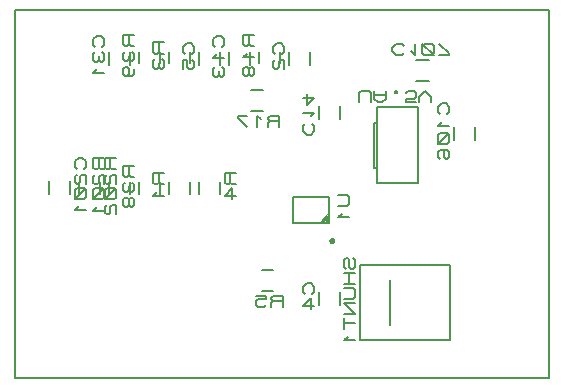
<source format=gbr>
G04 PROTEUS RS274X GERBER FILE*
%FSLAX45Y45*%
%MOMM*%
G01*
%ADD14C,0.203200*%
%ADD23C,0.200000*%
%ADD24C,0.250000*%
%ADD25C,0.100000*%
D14*
X-1016000Y+5019040D02*
X+3512000Y+5019040D01*
X+3512000Y+8128000D01*
X-1016000Y+8128000D01*
X-1016000Y+5019040D01*
X+2397760Y+7310120D02*
X+2397760Y+6670040D01*
X+2049780Y+6670040D01*
X+2049780Y+7310120D01*
X+2395220Y+7310120D01*
X+2049780Y+7175500D02*
X+2029460Y+7175500D01*
X+2029460Y+6797040D01*
X+2047240Y+6797040D01*
X+1902460Y+7350760D02*
X+1902460Y+7426960D01*
X+1918335Y+7442200D01*
X+1981835Y+7442200D01*
X+1997710Y+7426960D01*
X+1997710Y+7350760D01*
X+2029460Y+7442200D02*
X+2029460Y+7381240D01*
X+2061210Y+7350760D01*
X+2092960Y+7350760D01*
X+2124710Y+7381240D01*
X+2124710Y+7442200D01*
X+2029460Y+7411720D02*
X+2124710Y+7411720D01*
X+2204085Y+7426960D02*
X+2219960Y+7426960D01*
X+2219960Y+7442200D01*
X+2204085Y+7442200D01*
X+2204085Y+7426960D01*
X+2378710Y+7350760D02*
X+2299335Y+7350760D01*
X+2299335Y+7381240D01*
X+2362835Y+7381240D01*
X+2378710Y+7396480D01*
X+2378710Y+7426960D01*
X+2362835Y+7442200D01*
X+2315210Y+7442200D01*
X+2299335Y+7426960D01*
X+2410460Y+7350760D02*
X+2410460Y+7396480D01*
X+2458085Y+7442200D01*
X+2505710Y+7396480D01*
X+2505710Y+7350760D01*
D23*
X+2884000Y+7144000D02*
X+2884000Y+7034000D01*
X+2704000Y+7144000D02*
X+2704000Y+7034000D01*
D14*
X+2648280Y+7247750D02*
X+2663520Y+7263625D01*
X+2663520Y+7311250D01*
X+2633040Y+7343000D01*
X+2602560Y+7343000D01*
X+2572080Y+7311250D01*
X+2572080Y+7263625D01*
X+2587320Y+7247750D01*
X+2602560Y+7184250D02*
X+2572080Y+7152500D01*
X+2663520Y+7152500D01*
X+2648280Y+7089000D02*
X+2587320Y+7089000D01*
X+2572080Y+7073125D01*
X+2572080Y+7009625D01*
X+2587320Y+6993750D01*
X+2648280Y+6993750D01*
X+2663520Y+7009625D01*
X+2663520Y+7073125D01*
X+2648280Y+7089000D01*
X+2663520Y+7089000D02*
X+2572080Y+6993750D01*
X+2587320Y+6866750D02*
X+2572080Y+6882625D01*
X+2572080Y+6930250D01*
X+2587320Y+6946125D01*
X+2648280Y+6946125D01*
X+2663520Y+6930250D01*
X+2663520Y+6882625D01*
X+2648280Y+6866750D01*
X+2633040Y+6866750D01*
X+2617800Y+6882625D01*
X+2617800Y+6946125D01*
D23*
X-37000Y+6672000D02*
X-37000Y+6572000D01*
X-217000Y+6672000D02*
X-217000Y+6572000D01*
D14*
X-257480Y+6876000D02*
X-348920Y+6876000D01*
X-348920Y+6796625D01*
X-333680Y+6780750D01*
X-318440Y+6780750D01*
X-303200Y+6796625D01*
X-303200Y+6876000D01*
X-303200Y+6796625D02*
X-287960Y+6780750D01*
X-257480Y+6780750D01*
X-333680Y+6733125D02*
X-348920Y+6717250D01*
X-348920Y+6669625D01*
X-333680Y+6653750D01*
X-318440Y+6653750D01*
X-303200Y+6669625D01*
X-303200Y+6717250D01*
X-287960Y+6733125D01*
X-257480Y+6733125D01*
X-257480Y+6653750D01*
X-272720Y+6622000D02*
X-333680Y+6622000D01*
X-348920Y+6606125D01*
X-348920Y+6542625D01*
X-333680Y+6526750D01*
X-272720Y+6526750D01*
X-257480Y+6542625D01*
X-257480Y+6606125D01*
X-272720Y+6622000D01*
X-257480Y+6622000D02*
X-348920Y+6526750D01*
X-318440Y+6463250D02*
X-348920Y+6431500D01*
X-257480Y+6431500D01*
D23*
X-471000Y+6572000D02*
X-471000Y+6672000D01*
X-291000Y+6572000D02*
X-291000Y+6672000D01*
D14*
X-159080Y+6876000D02*
X-250520Y+6876000D01*
X-250520Y+6796625D01*
X-235280Y+6780750D01*
X-220040Y+6780750D01*
X-204800Y+6796625D01*
X-204800Y+6876000D01*
X-204800Y+6796625D02*
X-189560Y+6780750D01*
X-159080Y+6780750D01*
X-235280Y+6733125D02*
X-250520Y+6717250D01*
X-250520Y+6669625D01*
X-235280Y+6653750D01*
X-220040Y+6653750D01*
X-204800Y+6669625D01*
X-204800Y+6717250D01*
X-189560Y+6733125D01*
X-159080Y+6733125D01*
X-159080Y+6653750D01*
X-174320Y+6622000D02*
X-235280Y+6622000D01*
X-250520Y+6606125D01*
X-250520Y+6542625D01*
X-235280Y+6526750D01*
X-174320Y+6526750D01*
X-159080Y+6542625D01*
X-159080Y+6606125D01*
X-174320Y+6622000D01*
X-159080Y+6622000D02*
X-250520Y+6526750D01*
X-235280Y+6479125D02*
X-250520Y+6463250D01*
X-250520Y+6415625D01*
X-235280Y+6399750D01*
X-220040Y+6399750D01*
X-204800Y+6415625D01*
X-204800Y+6463250D01*
X-189560Y+6479125D01*
X-159080Y+6479125D01*
X-159080Y+6399750D01*
D23*
X-725000Y+6572000D02*
X-725000Y+6682000D01*
X-545000Y+6572000D02*
X-545000Y+6682000D01*
D14*
X-428320Y+6785750D02*
X-413080Y+6801625D01*
X-413080Y+6849250D01*
X-443560Y+6881000D01*
X-474040Y+6881000D01*
X-504520Y+6849250D01*
X-504520Y+6801625D01*
X-489280Y+6785750D01*
X-489280Y+6738125D02*
X-504520Y+6722250D01*
X-504520Y+6674625D01*
X-489280Y+6658750D01*
X-474040Y+6658750D01*
X-458800Y+6674625D01*
X-458800Y+6722250D01*
X-443560Y+6738125D01*
X-413080Y+6738125D01*
X-413080Y+6658750D01*
X-428320Y+6627000D02*
X-489280Y+6627000D01*
X-504520Y+6611125D01*
X-504520Y+6547625D01*
X-489280Y+6531750D01*
X-428320Y+6531750D01*
X-413080Y+6547625D01*
X-413080Y+6611125D01*
X-428320Y+6627000D01*
X-413080Y+6627000D02*
X-504520Y+6531750D01*
X-474040Y+6468250D02*
X-504520Y+6436500D01*
X-413080Y+6436500D01*
D23*
X+545000Y+6572000D02*
X+545000Y+6672000D01*
X+725000Y+6572000D02*
X+725000Y+6672000D01*
D14*
X+856920Y+6749000D02*
X+765480Y+6749000D01*
X+765480Y+6669625D01*
X+780720Y+6653750D01*
X+795960Y+6653750D01*
X+811200Y+6669625D01*
X+811200Y+6749000D01*
X+811200Y+6669625D02*
X+826440Y+6653750D01*
X+856920Y+6653750D01*
X+826440Y+6526750D02*
X+826440Y+6622000D01*
X+765480Y+6558500D01*
X+856920Y+6558500D01*
D23*
X+1075000Y+5932000D02*
X+1175000Y+5932000D01*
X+1075000Y+5752000D02*
X+1175000Y+5752000D01*
D14*
X+1252000Y+5620080D02*
X+1252000Y+5711520D01*
X+1172625Y+5711520D01*
X+1156750Y+5696280D01*
X+1156750Y+5681040D01*
X+1172625Y+5665800D01*
X+1252000Y+5665800D01*
X+1172625Y+5665800D02*
X+1156750Y+5650560D01*
X+1156750Y+5620080D01*
X+1029750Y+5711520D02*
X+1109125Y+5711520D01*
X+1109125Y+5681040D01*
X+1045625Y+5681040D01*
X+1029750Y+5665800D01*
X+1029750Y+5635320D01*
X+1045625Y+5620080D01*
X+1093250Y+5620080D01*
X+1109125Y+5635320D01*
D23*
X+217000Y+6672000D02*
X+217000Y+6572000D01*
X+37000Y+6672000D02*
X+37000Y+6572000D01*
D14*
X-3480Y+6812500D02*
X-94920Y+6812500D01*
X-94920Y+6733125D01*
X-79680Y+6717250D01*
X-64440Y+6717250D01*
X-49200Y+6733125D01*
X-49200Y+6812500D01*
X-49200Y+6733125D02*
X-33960Y+6717250D01*
X-3480Y+6717250D01*
X-79680Y+6669625D02*
X-94920Y+6653750D01*
X-94920Y+6606125D01*
X-79680Y+6590250D01*
X-64440Y+6590250D01*
X-49200Y+6606125D01*
X-33960Y+6590250D01*
X-18720Y+6590250D01*
X-3480Y+6606125D01*
X-3480Y+6653750D01*
X-18720Y+6669625D01*
X-49200Y+6637875D02*
X-49200Y+6606125D01*
X-49200Y+6526750D02*
X-64440Y+6542625D01*
X-79680Y+6542625D01*
X-94920Y+6526750D01*
X-94920Y+6479125D01*
X-79680Y+6463250D01*
X-64440Y+6463250D01*
X-49200Y+6479125D01*
X-49200Y+6526750D01*
X-33960Y+6542625D01*
X-18720Y+6542625D01*
X-3480Y+6526750D01*
X-3480Y+6479125D01*
X-18720Y+6463250D01*
X-33960Y+6463250D01*
X-49200Y+6479125D01*
D23*
X+217000Y+7779000D02*
X+217000Y+7679000D01*
X+37000Y+7779000D02*
X+37000Y+7679000D01*
D14*
X-3480Y+7919500D02*
X-94920Y+7919500D01*
X-94920Y+7840125D01*
X-79680Y+7824250D01*
X-64440Y+7824250D01*
X-49200Y+7840125D01*
X-49200Y+7919500D01*
X-49200Y+7840125D02*
X-33960Y+7824250D01*
X-3480Y+7824250D01*
X-79680Y+7776625D02*
X-94920Y+7760750D01*
X-94920Y+7713125D01*
X-79680Y+7697250D01*
X-64440Y+7697250D01*
X-49200Y+7713125D01*
X-33960Y+7697250D01*
X-18720Y+7697250D01*
X-3480Y+7713125D01*
X-3480Y+7760750D01*
X-18720Y+7776625D01*
X-49200Y+7744875D02*
X-49200Y+7713125D01*
X-64440Y+7570250D02*
X-49200Y+7586125D01*
X-49200Y+7633750D01*
X-64440Y+7649625D01*
X-79680Y+7649625D01*
X-94920Y+7633750D01*
X-94920Y+7586125D01*
X-79680Y+7570250D01*
X-18720Y+7570250D01*
X-3480Y+7586125D01*
X-3480Y+7633750D01*
D23*
X-37000Y+7779000D02*
X-37000Y+7669000D01*
X-217000Y+7779000D02*
X-217000Y+7669000D01*
D14*
X-272720Y+7819250D02*
X-257480Y+7835125D01*
X-257480Y+7882750D01*
X-287960Y+7914500D01*
X-318440Y+7914500D01*
X-348920Y+7882750D01*
X-348920Y+7835125D01*
X-333680Y+7819250D01*
X-333680Y+7771625D02*
X-348920Y+7755750D01*
X-348920Y+7708125D01*
X-333680Y+7692250D01*
X-318440Y+7692250D01*
X-303200Y+7708125D01*
X-287960Y+7692250D01*
X-272720Y+7692250D01*
X-257480Y+7708125D01*
X-257480Y+7755750D01*
X-272720Y+7771625D01*
X-303200Y+7739875D02*
X-303200Y+7708125D01*
X-318440Y+7628750D02*
X-348920Y+7597000D01*
X-257480Y+7597000D01*
D23*
X+984000Y+7456000D02*
X+1084000Y+7456000D01*
X+984000Y+7276000D02*
X+1084000Y+7276000D01*
D14*
X+1224500Y+7144080D02*
X+1224500Y+7235520D01*
X+1145125Y+7235520D01*
X+1129250Y+7220280D01*
X+1129250Y+7205040D01*
X+1145125Y+7189800D01*
X+1224500Y+7189800D01*
X+1145125Y+7189800D02*
X+1129250Y+7174560D01*
X+1129250Y+7144080D01*
X+1065750Y+7205040D02*
X+1034000Y+7235520D01*
X+1034000Y+7144080D01*
X+954625Y+7235520D02*
X+875250Y+7235520D01*
X+875250Y+7220280D01*
X+954625Y+7144080D01*
D23*
X+1233000Y+7779000D02*
X+1233000Y+7679000D01*
X+1053000Y+7779000D02*
X+1053000Y+7679000D01*
D14*
X+1012520Y+7919500D02*
X+921080Y+7919500D01*
X+921080Y+7840125D01*
X+936320Y+7824250D01*
X+951560Y+7824250D01*
X+966800Y+7840125D01*
X+966800Y+7919500D01*
X+966800Y+7840125D02*
X+982040Y+7824250D01*
X+1012520Y+7824250D01*
X+951560Y+7760750D02*
X+921080Y+7729000D01*
X+1012520Y+7729000D01*
X+966800Y+7633750D02*
X+951560Y+7649625D01*
X+936320Y+7649625D01*
X+921080Y+7633750D01*
X+921080Y+7586125D01*
X+936320Y+7570250D01*
X+951560Y+7570250D01*
X+966800Y+7586125D01*
X+966800Y+7633750D01*
X+982040Y+7649625D01*
X+997280Y+7649625D01*
X+1012520Y+7633750D01*
X+1012520Y+7586125D01*
X+997280Y+7570250D01*
X+982040Y+7570250D01*
X+966800Y+7586125D01*
D23*
X+725000Y+7779000D02*
X+725000Y+7669000D01*
X+545000Y+7779000D02*
X+545000Y+7669000D01*
D14*
X+489280Y+7755750D02*
X+504520Y+7771625D01*
X+504520Y+7819250D01*
X+474040Y+7851000D01*
X+443560Y+7851000D01*
X+413080Y+7819250D01*
X+413080Y+7771625D01*
X+428320Y+7755750D01*
X+413080Y+7628750D02*
X+413080Y+7708125D01*
X+443560Y+7708125D01*
X+443560Y+7644625D01*
X+458800Y+7628750D01*
X+489280Y+7628750D01*
X+504520Y+7644625D01*
X+504520Y+7692250D01*
X+489280Y+7708125D01*
D23*
X+471000Y+6672000D02*
X+471000Y+6572000D01*
X+291000Y+6672000D02*
X+291000Y+6572000D01*
D14*
X+250520Y+6749000D02*
X+159080Y+6749000D01*
X+159080Y+6669625D01*
X+174320Y+6653750D01*
X+189560Y+6653750D01*
X+204800Y+6669625D01*
X+204800Y+6749000D01*
X+204800Y+6669625D02*
X+220040Y+6653750D01*
X+250520Y+6653750D01*
X+189560Y+6590250D02*
X+159080Y+6558500D01*
X+250520Y+6558500D01*
D23*
X+471000Y+7779000D02*
X+471000Y+7679000D01*
X+291000Y+7779000D02*
X+291000Y+7679000D01*
D14*
X+250520Y+7856000D02*
X+159080Y+7856000D01*
X+159080Y+7776625D01*
X+174320Y+7760750D01*
X+189560Y+7760750D01*
X+204800Y+7776625D01*
X+204800Y+7856000D01*
X+204800Y+7776625D02*
X+220040Y+7760750D01*
X+250520Y+7760750D01*
X+174320Y+7713125D02*
X+159080Y+7697250D01*
X+159080Y+7649625D01*
X+174320Y+7633750D01*
X+189560Y+7633750D01*
X+204800Y+7649625D01*
X+220040Y+7633750D01*
X+235280Y+7633750D01*
X+250520Y+7649625D01*
X+250520Y+7697250D01*
X+235280Y+7713125D01*
X+204800Y+7681375D02*
X+204800Y+7649625D01*
X+1905000Y+5334000D02*
X+2667000Y+5334000D01*
X+2667000Y+5969000D01*
X+1905000Y+5969000D01*
X+1905000Y+5334000D01*
X+2159000Y+5842000D02*
X+2159000Y+5461000D01*
X+1849120Y+6032500D02*
X+1864360Y+6016625D01*
X+1864360Y+5953125D01*
X+1849120Y+5937250D01*
X+1833880Y+5937250D01*
X+1818640Y+5953125D01*
X+1818640Y+6016625D01*
X+1803400Y+6032500D01*
X+1788160Y+6032500D01*
X+1772920Y+6016625D01*
X+1772920Y+5953125D01*
X+1788160Y+5937250D01*
X+1864360Y+5905500D02*
X+1772920Y+5905500D01*
X+1772920Y+5810250D02*
X+1864360Y+5810250D01*
X+1818640Y+5905500D02*
X+1818640Y+5810250D01*
X+1772920Y+5778500D02*
X+1849120Y+5778500D01*
X+1864360Y+5762625D01*
X+1864360Y+5699125D01*
X+1849120Y+5683250D01*
X+1772920Y+5683250D01*
X+1864360Y+5651500D02*
X+1772920Y+5651500D01*
X+1864360Y+5556250D01*
X+1772920Y+5556250D01*
X+1772920Y+5524500D02*
X+1772920Y+5429250D01*
X+1772920Y+5476875D02*
X+1864360Y+5476875D01*
X+1803400Y+5365750D02*
X+1772920Y+5334000D01*
X+1864360Y+5334000D01*
D24*
X+1682000Y+6178000D02*
X+1681957Y+6179039D01*
X+1681605Y+6181118D01*
X+1680868Y+6183197D01*
X+1679664Y+6185276D01*
X+1677823Y+6187326D01*
X+1675744Y+6188829D01*
X+1673665Y+6189786D01*
X+1671586Y+6190325D01*
X+1669507Y+6190500D01*
X+1669500Y+6190500D01*
X+1657000Y+6178000D02*
X+1657043Y+6179039D01*
X+1657395Y+6181118D01*
X+1658132Y+6183197D01*
X+1659336Y+6185276D01*
X+1661177Y+6187326D01*
X+1663256Y+6188829D01*
X+1665335Y+6189786D01*
X+1667414Y+6190325D01*
X+1669493Y+6190500D01*
X+1669500Y+6190500D01*
X+1657000Y+6178000D02*
X+1657043Y+6176961D01*
X+1657395Y+6174882D01*
X+1658132Y+6172803D01*
X+1659336Y+6170724D01*
X+1661177Y+6168674D01*
X+1663256Y+6167171D01*
X+1665335Y+6166214D01*
X+1667414Y+6165675D01*
X+1669493Y+6165500D01*
X+1669500Y+6165500D01*
X+1682000Y+6178000D02*
X+1681957Y+6176961D01*
X+1681605Y+6174882D01*
X+1680868Y+6172803D01*
X+1679664Y+6170724D01*
X+1677823Y+6168674D01*
X+1675744Y+6167171D01*
X+1673665Y+6166214D01*
X+1671586Y+6165675D01*
X+1669507Y+6165500D01*
X+1669500Y+6165500D01*
D23*
X+1339500Y+6328000D02*
X+1339500Y+6548000D01*
X+1649500Y+6548000D01*
X+1649500Y+6328000D01*
X+1339500Y+6328000D01*
D25*
X+1639500Y+6328000D02*
X+1649500Y+6338000D01*
X+1629500Y+6328000D02*
X+1649500Y+6348000D01*
X+1619500Y+6328000D02*
X+1649500Y+6358000D01*
X+1609500Y+6328000D02*
X+1649500Y+6368000D01*
X+1599500Y+6328000D02*
X+1649500Y+6378000D01*
X+1589500Y+6328000D02*
X+1649500Y+6388000D01*
X+1579500Y+6328000D02*
X+1649500Y+6398000D01*
X+1569500Y+6328000D02*
X+1649500Y+6408000D01*
X+1559500Y+6328000D02*
X+1649500Y+6418000D01*
D14*
X+1724980Y+6565000D02*
X+1801180Y+6565000D01*
X+1816420Y+6549125D01*
X+1816420Y+6485625D01*
X+1801180Y+6469750D01*
X+1724980Y+6469750D01*
X+1755460Y+6406250D02*
X+1724980Y+6374500D01*
X+1816420Y+6374500D01*
D23*
X+1487000Y+7779000D02*
X+1487000Y+7669000D01*
X+1307000Y+7779000D02*
X+1307000Y+7669000D01*
D14*
X+1251280Y+7755750D02*
X+1266520Y+7771625D01*
X+1266520Y+7819250D01*
X+1236040Y+7851000D01*
X+1205560Y+7851000D01*
X+1175080Y+7819250D01*
X+1175080Y+7771625D01*
X+1190320Y+7755750D01*
X+1190320Y+7708125D02*
X+1175080Y+7692250D01*
X+1175080Y+7644625D01*
X+1190320Y+7628750D01*
X+1205560Y+7628750D01*
X+1220800Y+7644625D01*
X+1220800Y+7692250D01*
X+1236040Y+7708125D01*
X+1266520Y+7708125D01*
X+1266520Y+7628750D01*
D23*
X+1741000Y+5747000D02*
X+1741000Y+5637000D01*
X+1561000Y+5747000D02*
X+1561000Y+5637000D01*
D14*
X+1505280Y+5723750D02*
X+1520520Y+5739625D01*
X+1520520Y+5787250D01*
X+1490040Y+5819000D01*
X+1459560Y+5819000D01*
X+1429080Y+5787250D01*
X+1429080Y+5739625D01*
X+1444320Y+5723750D01*
X+1490040Y+5596750D02*
X+1490040Y+5692000D01*
X+1429080Y+5628500D01*
X+1520520Y+5628500D01*
D23*
X+979000Y+7779000D02*
X+979000Y+7669000D01*
X+799000Y+7779000D02*
X+799000Y+7669000D01*
D14*
X+743280Y+7819250D02*
X+758520Y+7835125D01*
X+758520Y+7882750D01*
X+728040Y+7914500D01*
X+697560Y+7914500D01*
X+667080Y+7882750D01*
X+667080Y+7835125D01*
X+682320Y+7819250D01*
X+697560Y+7755750D02*
X+667080Y+7724000D01*
X+758520Y+7724000D01*
X+682320Y+7644625D02*
X+667080Y+7628750D01*
X+667080Y+7581125D01*
X+682320Y+7565250D01*
X+697560Y+7565250D01*
X+712800Y+7581125D01*
X+728040Y+7565250D01*
X+743280Y+7565250D01*
X+758520Y+7581125D01*
X+758520Y+7628750D01*
X+743280Y+7644625D01*
X+712800Y+7612875D02*
X+712800Y+7581125D01*
D23*
X+1741000Y+7317000D02*
X+1741000Y+7207000D01*
X+1561000Y+7317000D02*
X+1561000Y+7207000D01*
D14*
X+1444320Y+7166750D02*
X+1429080Y+7150875D01*
X+1429080Y+7103250D01*
X+1459560Y+7071500D01*
X+1490040Y+7071500D01*
X+1520520Y+7103250D01*
X+1520520Y+7150875D01*
X+1505280Y+7166750D01*
X+1490040Y+7230250D02*
X+1520520Y+7262000D01*
X+1429080Y+7262000D01*
X+1459560Y+7420750D02*
X+1459560Y+7325500D01*
X+1520520Y+7389000D01*
X+1429080Y+7389000D01*
D23*
X+2491000Y+7530000D02*
X+2381000Y+7530000D01*
X+2491000Y+7710000D02*
X+2381000Y+7710000D01*
D14*
X+2277250Y+7826680D02*
X+2261375Y+7841920D01*
X+2213750Y+7841920D01*
X+2182000Y+7811440D01*
X+2182000Y+7780960D01*
X+2213750Y+7750480D01*
X+2261375Y+7750480D01*
X+2277250Y+7765720D01*
X+2340750Y+7780960D02*
X+2372500Y+7750480D01*
X+2372500Y+7841920D01*
X+2436000Y+7826680D02*
X+2436000Y+7765720D01*
X+2451875Y+7750480D01*
X+2515375Y+7750480D01*
X+2531250Y+7765720D01*
X+2531250Y+7826680D01*
X+2515375Y+7841920D01*
X+2451875Y+7841920D01*
X+2436000Y+7826680D01*
X+2436000Y+7841920D02*
X+2531250Y+7750480D01*
X+2578875Y+7750480D02*
X+2658250Y+7750480D01*
X+2658250Y+7765720D01*
X+2578875Y+7841920D01*
M02*

</source>
